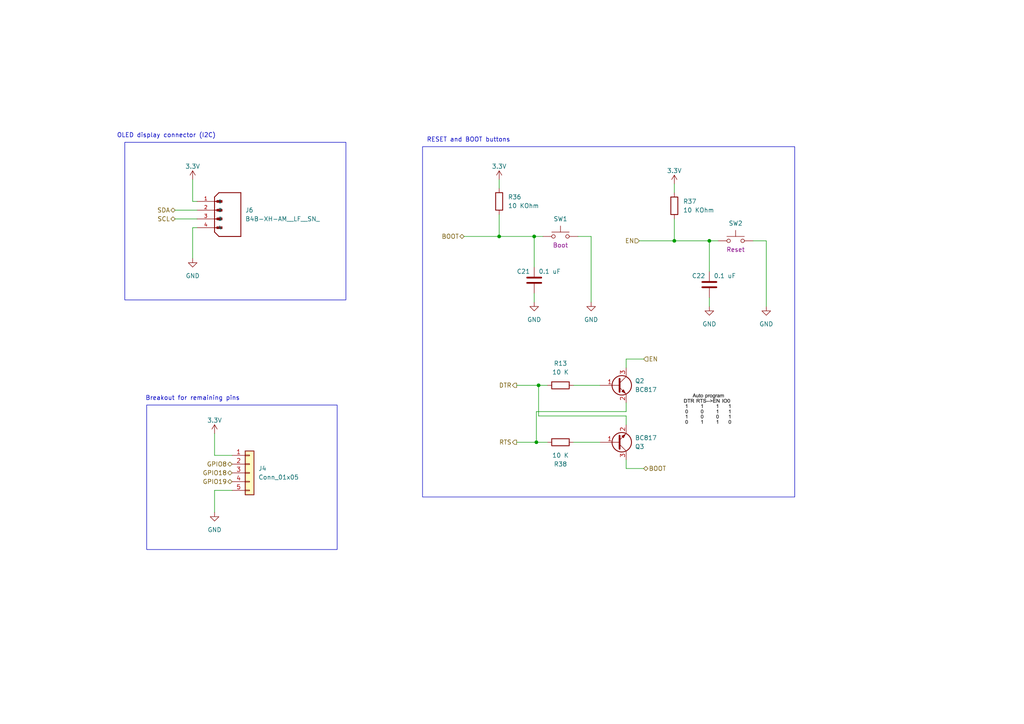
<source format=kicad_sch>
(kicad_sch (version 20231120) (generator "eeschema") (generator_version "8.0")
  (paper "A4")
  (lib_symbols
    (symbol "B4B-XH-AM__LF__SN_:B4B-XH-AM__LF__SN_" (pin_names (offset 1.016))
      (property "Reference" "J" (at 0 6.35 0))
      (property "Value" "B4B-XH-AM__LF__SN_" (at 0 -10.16 0))
      (symbol "B4B-XH-AM__LF__SN__0_0"
        (polyline (pts (xy 0 -6.35) (xy 1.27 -7.62)) (stroke (width 0.254)))
        (polyline (pts (xy 0 -5.08) (xy 1.905 -5.08)) (stroke (width 0.254)))
        (polyline (pts (xy 0 -2.54) (xy 1.905 -2.54)) (stroke (width 0.254)))
        (polyline (pts (xy 0 0) (xy 1.905 0)) (stroke (width 0.254)))
        (polyline (pts (xy 0 2.54) (xy 0 -6.35)) (stroke (width 0.254)))
        (polyline (pts (xy 0 2.54) (xy 1.905 2.54)) (stroke (width 0.254)))
        (polyline (pts (xy 0 3.81) (xy 0 2.54)) (stroke (width 0.254)))
        (polyline (pts (xy 0 3.81) (xy 1.27 5.08)) (stroke (width 0.254)))
        (polyline (pts (xy 1.27 -7.62) (xy 7.62 -7.62)) (stroke (width 0.254)))
        (polyline (pts (xy 7.62 -7.62) (xy 7.62 5.08)) (stroke (width 0.254)))
        (polyline (pts (xy 7.62 5.08) (xy 1.27 5.08)) (stroke (width 0.254)))
        (rectangle (start 0.635 -5.3975) (end 2.2225 -4.7625) (stroke (width 0.1)) (fill (type outline)))
        (rectangle (start 0.635 -2.8575) (end 2.2225 -2.2225) (stroke (width 0.1)) (fill (type outline)))
        (rectangle (start 0.635 -0.3175) (end 2.2225 0.3175) (stroke (width 0.1)) (fill (type outline)))
        (rectangle (start 0.635 2.2225) (end 2.2225 2.8575) (stroke (width 0.1)) (fill (type outline)))
        (pin passive line (at -5.08 2.54 0) (length 5.08) (name "1") (number "1"))
        (pin passive line (at -5.08 0 0) (length 5.08) (name "2") (number "2"))
        (pin passive line (at -5.08 -2.54 0) (length 5.08) (name "3") (number "3"))
        (pin passive line (at -5.08 -5.08 0) (length 5.08) (name "4") (number "4"))
      )
    )
    (symbol "Connector_Generic:Conn_01x05" (pin_names (offset 1.016) hide)
      (property "Reference" "J" (at 0 7.62 0))
      (property "Value" "Conn_01x05" (at 0 -7.62 0))
      (symbol "Conn_01x05_1_1"
        (rectangle (start -1.27 -4.953) (end 0 -5.207) (stroke (width 0.1524)))
        (rectangle (start -1.27 -2.413) (end 0 -2.667) (stroke (width 0.1524)))
        (rectangle (start -1.27 0.127) (end 0 -0.127) (stroke (width 0.1524)))
        (rectangle (start -1.27 2.667) (end 0 2.413) (stroke (width 0.1524)))
        (rectangle (start -1.27 5.207) (end 0 4.953) (stroke (width 0.1524)))
        (rectangle (start -1.27 6.35) (end 1.27 -6.35) (stroke (width 0.254)) (fill (type background)))
        (pin passive line (at -5.08 5.08 0) (length 3.81) (name "Pin_1") (number "1"))
        (pin passive line (at -5.08 2.54 0) (length 3.81) (name "Pin_2") (number "2"))
        (pin passive line (at -5.08 0 0) (length 3.81) (name "Pin_3") (number "3"))
        (pin passive line (at -5.08 -2.54 0) (length 3.81) (name "Pin_4") (number "4"))
        (pin passive line (at -5.08 -5.08 0) (length 3.81) (name "Pin_5") (number "5"))
      )
    )
    (symbol "Device:R" (pin_numbers hide) (pin_names (offset 0))
      (property "Reference" "R" (at 2.032 0 90))
      (property "Value" "R" (at 0 0 90))
      (symbol "R_0_1"
        (rectangle (start -1.016 -2.54) (end 1.016 2.54) (stroke (width 0.254)))
      )
      (symbol "R_1_1"
        (pin passive line (at 0 3.81 270) (length 1.27) (name "~") (number "1"))
        (pin passive line (at 0 -3.81 90) (length 1.27) (name "~") (number "2"))
      )
    )
    (symbol "SparkFun-Capacitor:C" (pin_numbers hide) (pin_names (offset 0.254))
      (property "Reference" "C" (at 0.635 2.54 0))
      (property "Value" "C" (at 0.635 -2.54 0))
      (property "Voltage" "1kV" (at 0 -6.35 0))
      (property "Tolerance" "100%" (at 0 -8.89 0))
      (symbol "C_0_1"
        (polyline (pts (xy -2.032 -0.762) (xy 2.032 -0.762)) (stroke (width 0.508)))
        (polyline (pts (xy -2.032 0.762) (xy 2.032 0.762)) (stroke (width 0.508)))
      )
      (symbol "C_1_1"
        (pin passive line (at 0 3.81 270) (length 2.794) (name "~") (number "1"))
        (pin passive line (at 0 -3.81 90) (length 2.794) (name "~") (number "2"))
      )
    )
    (symbol "SparkFun-PowerSymbol:3.3V" (power) (pin_names (offset 0))
      (property "Value" "3.3V" (at 0 3.81 0))
      (symbol "3.3V_0_1"
        (polyline (pts (xy -0.762 1.27) (xy 0 2.54)))
        (polyline (pts (xy 0 0) (xy 0 2.54)))
        (polyline (pts (xy 0 2.54) (xy 0.762 1.27)))
      )
      (symbol "3.3V_1_1"
        (pin power_in line (at 0 0 90) (length 0) hide (name "3.3V") (number "1"))
      )
    )
    (symbol "SparkFun-Switch:SPST_Push_SMD_6x3.5mm_h2.5mm" (pin_numbers hide) (pin_names (offset 0) hide)
      (property "Reference" "SW" (at 0 5.08 0))
      (property "Value" "SMD_6x3.5mm_h2.5mm" (at 0 -2.54 0))
      (symbol "SPST_Push_SMD_6x3.5mm_h2.5mm_0_1"
        (circle (center -2.032 0) (radius 0.508))
        (polyline (pts (xy 0 1.27) (xy 0 3.048)))
        (polyline (pts (xy 2.54 1.27) (xy -2.54 1.27)))
        (circle (center 2.032 0) (radius 0.508))
      )
      (symbol "SPST_Push_SMD_6x3.5mm_h2.5mm_1_1"
        (pin passive line (at -5.08 0 0) (length 2.54) (name "1") (number "1"))
        (pin passive line (at 5.08 0 180) (length 2.54) (name "2") (number "2"))
      )
    )
    (symbol "Transistor_BJT:BC817" (pin_names (offset 0) hide)
      (property "Reference" "Q" (at 5.08 1.905 0))
      (property "Value" "BC817" (at 5.08 0 0))
      (symbol "BC817_0_1"
        (polyline (pts (xy 0.635 0.635) (xy 2.54 2.54)))
        (polyline (pts (xy 0.635 -0.635) (xy 2.54 -2.54) (xy 2.54 -2.54)))
        (polyline (pts (xy 0.635 1.905) (xy 0.635 -1.905) (xy 0.635 -1.905)) (stroke (width 0.508)))
        (polyline (pts (xy 1.27 -1.778) (xy 1.778 -1.27) (xy 2.286 -2.286) (xy 1.27 -1.778) (xy 1.27 -1.778)) (fill (type outline)))
        (circle (center 1.27 0) (radius 2.8194) (stroke (width 0.254)))
      )
      (symbol "BC817_1_1"
        (pin input line (at -5.08 0 0) (length 5.715) (name "B") (number "1"))
        (pin passive line (at 2.54 -5.08 90) (length 2.54) (name "E") (number "2"))
        (pin passive line (at 2.54 5.08 270) (length 2.54) (name "C") (number "3"))
      )
    )
    (symbol "power:GND" (power) (pin_names (offset 0))
      (property "Value" "GND" (at 0 -3.81 0))
      (symbol "GND_0_1"
        (polyline (pts (xy 0 0) (xy 0 -1.27) (xy 1.27 -1.27) (xy 0 -2.54) (xy -1.27 -1.27) (xy 0 -1.27)))
      )
      (symbol "GND_1_1"
        (pin power_in line (at 0 0 270) (length 0) hide (name "GND") (number "1"))
      )
    )
  )
  (junction (at 195.58 69.85))
  (junction (at 154.94 68.58))
  (junction (at 144.78 68.58))
  (junction (at 155.575 128.27))
  (junction (at 156.21 111.76))
  (junction (at 205.74 69.85))
  (wire (pts (xy 205.74 86.36) (xy 205.74 88.9)))
  (wire (pts (xy 166.37 128.27) (xy 173.99 128.27)))
  (wire (pts (xy 205.74 69.85) (xy 205.74 78.74)))
  (wire (pts (xy 156.21 111.76) (xy 158.75 111.76)))
  (wire (pts (xy 144.78 62.23) (xy 144.78 68.58)))
  (wire (pts (xy 181.61 135.89) (xy 186.69 135.89)))
  (wire (pts (xy 154.94 85.09) (xy 154.94 87.63)))
  (wire (pts (xy 157.48 68.58) (xy 154.94 68.58)))
  (wire (pts (xy 67.31 132.08) (xy 62.23 132.08)))
  (wire (pts (xy 55.88 58.42) (xy 55.88 52.07)))
  (wire (pts (xy 144.78 68.58) (xy 154.94 68.58)))
  (wire (pts (xy 50.8 63.5) (xy 57.15 63.5)))
  (wire (pts (xy 171.45 68.58) (xy 171.45 87.63)))
  (wire (pts (xy 185.42 69.85) (xy 195.58 69.85)))
  (wire (pts (xy 181.61 106.68) (xy 181.61 104.14)))
  (wire (pts (xy 166.37 111.76) (xy 173.99 111.76)))
  (wire (pts (xy 57.15 58.42) (xy 55.88 58.42)))
  (wire (pts (xy 62.23 132.08) (xy 62.23 125.73)))
  (wire (pts (xy 134.62 68.58) (xy 144.78 68.58)))
  (wire (pts (xy 156.21 111.76) (xy 156.21 120.65)))
  (wire (pts (xy 144.78 52.07) (xy 144.78 54.61)))
  (wire (pts (xy 181.61 123.19) (xy 181.61 120.65)))
  (wire (pts (xy 181.61 104.14) (xy 186.69 104.14)))
  (wire (pts (xy 155.575 119.38) (xy 155.575 128.27)))
  (wire (pts (xy 181.61 119.38) (xy 155.575 119.38)))
  (wire (pts (xy 181.61 120.65) (xy 156.21 120.65)))
  (wire (pts (xy 149.86 128.27) (xy 155.575 128.27)))
  (wire (pts (xy 208.28 69.85) (xy 205.74 69.85)))
  (wire (pts (xy 55.88 66.04) (xy 55.88 74.93)))
  (wire (pts (xy 167.64 68.58) (xy 171.45 68.58)))
  (wire (pts (xy 155.575 128.27) (xy 158.75 128.27)))
  (wire (pts (xy 195.58 63.5) (xy 195.58 69.85)))
  (wire (pts (xy 149.86 111.76) (xy 156.21 111.76)))
  (wire (pts (xy 62.23 142.24) (xy 62.23 148.59)))
  (wire (pts (xy 181.61 133.35) (xy 181.61 135.89)))
  (wire (pts (xy 57.15 66.04) (xy 55.88 66.04)))
  (wire (pts (xy 195.58 69.85) (xy 205.74 69.85)))
  (wire (pts (xy 218.44 69.85) (xy 222.25 69.85)))
  (wire (pts (xy 222.25 69.85) (xy 222.25 88.9)))
  (wire (pts (xy 154.94 68.58) (xy 154.94 77.47)))
  (wire (pts (xy 67.31 142.24) (xy 62.23 142.24)))
  (wire (pts (xy 50.8 60.96) (xy 57.15 60.96)))
  (wire (pts (xy 181.61 116.84) (xy 181.61 119.38)))
  (wire (pts (xy 195.58 53.34) (xy 195.58 55.88)))
  (rectangle (start 42.545 117.475) (end 97.79 159.385))
  (rectangle (start 36.195 41.275) (end 100.33 86.995))
  (rectangle (start 122.555 42.545) (end 230.505 144.145))
  (image (at 205.105 118.745) (scale 0.332233))
  (text "OLED display connector (I2C)" (at 48.26 39.37 0) (effects (font (size 1.27 1.27))))
  (text "RESET and BOOT buttons" (at 135.89 40.64 0) (effects (font (size 1.27 1.27))))
  (text "Breakout for remaining pins" (at 55.88 115.57 0) (effects (font (size 1.27 1.27))))
  (hierarchical_label "BOOT" (shape bidirectional) (at 134.62 68.58 180))
  (hierarchical_label "GPIO19" (shape bidirectional) (at 67.31 139.7 180))
  (hierarchical_label "GPIO8" (shape bidirectional) (at 67.31 134.62 180))
  (hierarchical_label "RTS" (shape output) (at 149.86 128.27 180))
  (hierarchical_label "BOOT" (shape bidirectional) (at 186.69 135.89 0))
  (hierarchical_label "GPIO18" (shape bidirectional) (at 67.31 137.16 180))
  (hierarchical_label "EN" (shape input) (at 185.42 69.85 180))
  (hierarchical_label "DTR" (shape output) (at 149.86 111.76 180))
  (hierarchical_label "SDA" (shape bidirectional) (at 50.8 60.96 180))
  (hierarchical_label "EN" (shape input) (at 186.69 104.14 0))
  (hierarchical_label "SCL" (shape bidirectional) (at 50.8 63.5 180))
  (symbol (lib_id "SparkFun-PowerSymbol:3.3V") (at 195.58 53.34 0) (unit 1)
    (property "Reference" "#PWR049" (effects (hide yes)))
    (property "Value" "3.3V" (at 195.58 49.53 0))
    (property "Description" "Power symbol creates a global label with name \"3.3V\"" (effects (hide yes)))
  )
  (symbol (lib_id "SparkFun-Switch:SPST_Push_SMD_6x3.5mm_h2.5mm") (at 213.36 69.85 0) (unit 1)
    (property "Reference" "SW2" (at 213.36 64.77 0))
    (property "Value" "SMD_6x3.5mm_h2.5mm" (effects (hide yes)))
    (property "Footprint" "SparkFun-Switch:Push_SMD_6x3.5mm" (effects (hide yes)))
    (property "Datasheet" "https://www.sparkfun.com/datasheets/Components/1101.pdf" (effects (hide yes)))
    (property "Description" "Single Pole Single Throw (SPST) switch" (effects (hide yes)))
    (property "PROD_ID" "SWCH-14278" (effects (hide yes)))
    (property "Mfg Part#" "8-004 SMD Button 8x3.6mm Height=2.5mm" (effects (hide yes)))
    (property "Purpose" "Reset" (at 213.36 72.39 0))
  )
  (symbol (lib_id "SparkFun-Capacitor:C") (at 205.74 82.55 0) (unit 1)
    (property "Reference" "C22" (at 200.66 80.01 0) (effects (justify left)))
    (property "Value" "0.1 uF" (at 207.01 80.01 0) (effects (justify left)))
    (property "Footprint" "SparkFun-Capacitor:C_0603_1608Metric" (effects (hide yes)))
    (property "Datasheet" "https://cdn.sparkfun.com/assets/8/a/4/a/5/Kemet_Capacitor_Datasheet.pdf" (effects (hide yes)))
    (property "Description" "Unpolarized capacitor" (effects (hide yes)))
    (property "PROD_ID" "CAP-00000" (effects (hide yes)))
    (property "Voltage" "1kV" (effects (hide yes)))
    (property "Tolerance" "100%" (effects (hide yes)))
    (property "Purpose" "Debounce capacitor" (effects (hide yes)))
  )
  (symbol (lib_id "SparkFun-Capacitor:C") (at 154.94 81.28 0) (unit 1)
    (property "Reference" "C21" (at 149.86 78.74 0) (effects (justify left)))
    (property "Value" "0.1 uF" (at 156.21 78.74 0) (effects (justify left)))
    (property "Footprint" "SparkFun-Capacitor:C_0603_1608Metric" (effects (hide yes)))
    (property "Datasheet" "https://cdn.sparkfun.com/assets/8/a/4/a/5/Kemet_Capacitor_Datasheet.pdf" (effects (hide yes)))
    (property "Description" "Unpolarized capacitor" (effects (hide yes)))
    (property "PROD_ID" "CAP-00000" (effects (hide yes)))
    (property "Voltage" "1kV" (effects (hide yes)))
    (property "Tolerance" "100%" (effects (hide yes)))
    (property "Purpose" "Debounce capacitor" (effects (hide yes)))
  )
  (symbol (lib_id "power:GND") (at 171.45 87.63 0) (unit 1)
    (property "Reference" "#PWR048" (effects (hide yes)))
    (property "Value" "GND" (at 171.45 92.71 0))
    (property "Description" "Power symbol creates a global label with name \"GND\" , ground" (effects (hide yes)))
  )
  (symbol (lib_id "power:GND") (at 154.94 87.63 0) (unit 1)
    (property "Reference" "#PWR043" (effects (hide yes)))
    (property "Value" "GND" (at 154.94 92.71 0))
    (property "Description" "Power symbol creates a global label with name \"GND\" , ground" (effects (hide yes)))
  )
  (symbol (lib_id "Device:R") (at 195.58 59.69 180) (unit 1)
    (property "Reference" "R37" (at 198.12 58.4199 0) (effects (justify right)))
    (property "Value" "10 KOhm" (at 198.12 60.9599 0) (effects (justify right)))
    (property "Footprint" "Resistor_SMD:R_0201_0603Metric" (effects (hide yes)))
    (property "Description" "Resistor" (effects (hide yes)))
    (property "Purpose" "Pull-up" (effects (hide yes)))
  )
  (symbol (lib_id "SparkFun-PowerSymbol:3.3V") (at 55.88 52.07 0) (unit 1)
    (property "Reference" "#PWR046" (effects (hide yes)))
    (property "Value" "3.3V" (at 55.88 48.26 0))
    (property "Description" "Power symbol creates a global label with name \"3.3V\"" (effects (hide yes)))
  )
  (symbol (lib_id "power:GND") (at 222.25 88.9 0) (unit 1)
    (property "Reference" "#PWR051" (effects (hide yes)))
    (property "Value" "GND" (at 222.25 93.98 0))
    (property "Description" "Power symbol creates a global label with name \"GND\" , ground" (effects (hide yes)))
  )
  (symbol (lib_id "Device:R") (at 162.56 128.27 90) (mirror x) (unit 1)
    (property "Reference" "R38" (at 162.56 134.62 90))
    (property "Value" "10 K" (at 162.56 132.08 90))
    (property "Footprint" "Resistor_SMD:R_0201_0603Metric" (effects (hide yes)))
    (property "Description" "Resistor" (effects (hide yes)))
  )
  (symbol (lib_id "Transistor_BJT:BC817") (at 179.07 111.76 0) (unit 1)
    (property "Reference" "Q2" (at 184.15 110.4899 0) (effects (justify left)))
    (property "Value" "BC817" (at 184.15 113.0299 0) (effects (justify left)))
    (property "Footprint" "Package_TO_SOT_SMD:SOT-23" (effects (hide yes)))
    (property "Datasheet" "https://www.onsemi.com/pub/Collateral/BC818-D.pdf" (effects (hide yes)))
    (property "Description" "0.8A Ic, 45V Vce, NPN Transistor, SOT-23" (effects (hide yes)))
  )
  (symbol (lib_id "SparkFun-PowerSymbol:3.3V") (at 144.78 52.07 0) (unit 1)
    (property "Reference" "#PWR042" (effects (hide yes)))
    (property "Value" "3.3V" (at 144.78 48.26 0))
    (property "Description" "Power symbol creates a global label with name \"3.3V\"" (effects (hide yes)))
  )
  (symbol (lib_id "Transistor_BJT:BC817") (at 179.07 128.27 0) (mirror x) (unit 1)
    (property "Reference" "Q3" (at 184.15 129.5401 0) (effects (justify left)))
    (property "Value" "BC817" (at 184.15 127.0001 0) (effects (justify left)))
    (property "Footprint" "Package_TO_SOT_SMD:SOT-23" (effects (hide yes)))
    (property "Datasheet" "https://www.onsemi.com/pub/Collateral/BC818-D.pdf" (effects (hide yes)))
    (property "Description" "0.8A Ic, 45V Vce, NPN Transistor, SOT-23" (effects (hide yes)))
  )
  (symbol (lib_id "Device:R") (at 144.78 58.42 180) (unit 1)
    (property "Reference" "R36" (at 147.32 57.1499 0) (effects (justify right)))
    (property "Value" "10 KOhm" (at 147.32 59.6899 0) (effects (justify right)))
    (property "Footprint" "Resistor_SMD:R_0201_0603Metric" (effects (hide yes)))
    (property "Description" "Resistor" (effects (hide yes)))
    (property "Purpose" "Pull-up" (effects (hide yes)))
  )
  (symbol (lib_id "Device:R") (at 162.56 111.76 90) (unit 1)
    (property "Reference" "R13" (at 162.56 105.41 90))
    (property "Value" "10 K" (at 162.56 107.95 90))
    (property "Footprint" "Resistor_SMD:R_0201_0603Metric" (effects (hide yes)))
    (property "Description" "Resistor" (effects (hide yes)))
  )
  (symbol (lib_id "power:GND") (at 205.74 88.9 0) (unit 1)
    (property "Reference" "#PWR050" (effects (hide yes)))
    (property "Value" "GND" (at 205.74 93.98 0))
    (property "Description" "Power symbol creates a global label with name \"GND\" , ground" (effects (hide yes)))
  )
  (symbol (lib_id "Connector_Generic:Conn_01x05") (at 72.39 137.16 0) (unit 1)
    (property "Reference" "J4" (at 74.93 135.8899 0) (effects (justify left)))
    (property "Value" "Conn_01x05" (at 74.93 138.4299 0) (effects (justify left)))
    (property "Description" "Generic connector, single row, 01x05, script generated (kicad-library-utils/schlib/autogen/connector/)" (effects (hide yes)))
  )
  (symbol (lib_id "B4B-XH-AM__LF__SN_:B4B-XH-AM__LF__SN_") (at 62.23 60.96 0) (unit 1)
    (property "Reference" "J6" (at 71.12 60.9599 0) (effects (justify left)))
    (property "Value" "B4B-XH-AM__LF__SN_" (at 71.12 63.4999 0) (effects (justify left)))
    (property "Footprint" "B4B-XH-AM__LF__SN_:JST_B4B-XH-AM__LF__SN_" (effects (hide yes)))
    (property "SnapEDA_Link" "https://www.snapeda.com/parts/B4B-XH-AM%20(LF)(SN)/JST/view-part/?ref=snap" (effects (hide yes)))
    (property "MAXIMUM_PACKAGE_HEIGHT" "7mm" (effects (hide yes)))
    (property "Package" "None" (effects (hide yes)))
    (property "Check_prices" "https://www.snapeda.com/parts/B4B-XH-AM%20(LF)(SN)/JST/view-part/?ref=eda" (effects (hide yes)))
    (property "STANDARD" "Manufacturer Recommendations" (effects (hide yes)))
    (property "PARTREV" "N/A" (effects (hide yes)))
    (property "MF" "JST Corporation" (effects (hide yes)))
    (property "MP" "B4B-XH-AM (LF)(SN)" (effects (hide yes)))
    (property "Description_1" "\n                        \n                            Conn Shrouded Header HDR 4 POS 2.5mm Solder ST Top Entry Thru-Hole Box\n                        \n" (effects (hide yes)))
    (property "MANUFACTURER" "JST" (effects (hide yes)))
    (property "SNAPEDA_PN" "B4B-XH-AM (LF)(SN)" (effects (hide yes)))
  )
  (symbol (lib_id "SparkFun-PowerSymbol:3.3V") (at 62.23 125.73 0) (unit 1)
    (property "Reference" "#PWR019" (effects (hide yes)))
    (property "Value" "3.3V" (at 62.23 121.92 0))
    (property "Description" "Power symbol creates a global label with name \"3.3V\"" (effects (hide yes)))
  )
  (symbol (lib_id "SparkFun-Switch:SPST_Push_SMD_6x3.5mm_h2.5mm") (at 162.56 68.58 0) (unit 1)
    (property "Reference" "SW1" (at 162.56 63.5 0))
    (property "Value" "SMD_6x3.5mm_h2.5mm" (effects (hide yes)))
    (property "Footprint" "SparkFun-Switch:Push_SMD_6x3.5mm" (effects (hide yes)))
    (property "Datasheet" "https://www.sparkfun.com/datasheets/Components/1101.pdf" (effects (hide yes)))
    (property "Description" "Single Pole Single Throw (SPST) switch" (effects (hide yes)))
    (property "PROD_ID" "SWCH-14278" (effects (hide yes)))
    (property "Mfg Part#" "8-004 SMD Button 8x3.6mm Height=2.5mm" (effects (hide yes)))
    (property "Purpose" "Boot" (at 162.56 71.12 0))
  )
  (symbol (lib_id "power:GND") (at 62.23 148.59 0) (unit 1)
    (property "Reference" "#PWR052" (effects (hide yes)))
    (property "Value" "GND" (at 62.23 153.67 0))
    (property "Description" "Power symbol creates a global label with name \"GND\" , ground" (effects (hide yes)))
  )
  (symbol (lib_id "power:GND") (at 55.88 74.93 0) (unit 1)
    (property "Reference" "#PWR047" (effects (hide yes)))
    (property "Value" "GND" (at 55.88 80.01 0))
    (property "Description" "Power symbol creates a global label with name \"GND\" , ground" (effects (hide yes)))
  )
)
</source>
